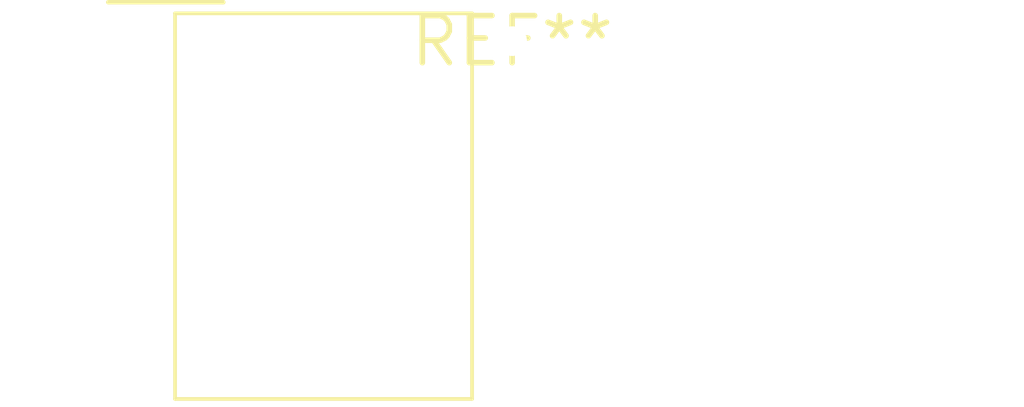
<source format=kicad_pcb>
(kicad_pcb (version 20240108) (generator pcbnew)
  (layers (0 "F.Cu" signal) (31 "B.Cu" signal) (34 "B.Paste" user) (35 "F.Paste" user) (36 "B.SilkS" user "B.Silkscreen") (37 "F.SilkS" user "F.Silkscreen") (38 "B.Mask" user) (39 "F.Mask" user) (44 "Edge.Cuts" user))
  (net 0 "")
  (footprint "PowerIntegrations_eDIP-12B" (layer "F.Cu") (at 0 0)
    (property "Reference" "REF**")
    (property "Value" "PowerIntegrations_eDIP-12B")
    (fp_line (start -10.88 -1.05) (end -7.78 -1.05) (layer "F.SilkS") (stroke (width 0.12)))
    (fp_line (start -9.08 -0.75) (end -9.08 9.65) (layer "F.SilkS") (stroke (width 0.1)))
    (fp_line (start -9.08 9.65) (end -1.08 9.65) (layer "F.SilkS") (stroke (width 0.1)))
    (fp_line (start -1.08 -0.75) (end -9.08 -0.75) (layer "F.SilkS") (stroke (width 0.1)))
    (fp_line (start -1.08 9.65) (end -1.08 -0.75) (layer "F.SilkS") (stroke (width 0.1)))
    (pad "1" thru_hole rect (at 0 0) (size 1.4 1.4) (drill 0.8) (layers *.Cu *.Mask) (remove_unused_layers))
    (pad "2" thru_hole oval (at 0 1.78) (size 1.4 1.4) (drill 0.8) (layers *.Cu *.Mask) (remove_unused_layers))
    (pad "3" thru_hole oval (at 0 3.56) (size 1.4 1.4) (drill 0.8) (layers *.Cu *.Mask) (remove_unused_layers))
    (pad "4" thru_hole oval (at 0 5.34) (size 1.4 1.4) (drill 0.8) (layers *.Cu *.Mask) (remove_unused_layers))
    (pad "6" thru_hole oval (at 0 8.9) (size 1.4 1.4) (drill 0.8) (layers *.Cu *.Mask) (remove_unused_layers))
    (pad "7" thru_hole oval (at -10.16 8.9) (size 1.4 1.4) (drill 0.8) (layers *.Cu *.Mask) (remove_unused_layers))
    (pad "8" thru_hole oval (at -10.16 7.12) (size 1.4 1.4) (drill 0.8) (layers *.Cu *.Mask) (remove_unused_layers))
    (pad "9" thru_hole oval (at -10.16 5.34) (size 1.4 1.4) (drill 0.8) (layers *.Cu *.Mask) (remove_unused_layers))
    (pad "10" thru_hole oval (at -10.16 3.56) (size 1.4 1.4) (drill 0.8) (layers *.Cu *.Mask) (remove_unused_layers))
    (pad "11" thru_hole oval (at -10.16 1.78) (size 1.4 1.4) (drill 0.8) (layers *.Cu *.Mask) (remove_unused_layers))
    (pad "12" thru_hole circle (at -10.16 0) (size 1.4 1.4) (drill 0.8) (layers *.Cu *.Mask) (remove_unused_layers))
  )
)
</source>
